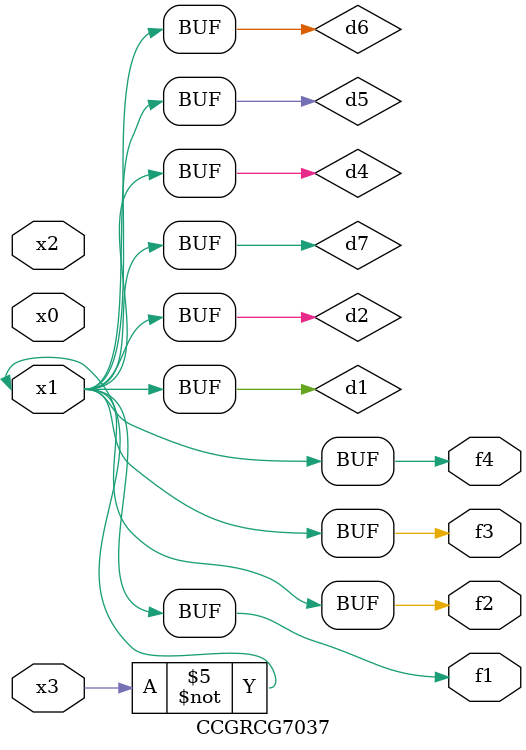
<source format=v>
module CCGRCG7037(
	input x0, x1, x2, x3,
	output f1, f2, f3, f4
);

	wire d1, d2, d3, d4, d5, d6, d7;

	not (d1, x3);
	buf (d2, x1);
	xnor (d3, d1, d2);
	nor (d4, d1);
	buf (d5, d1, d2);
	buf (d6, d4, d5);
	nand (d7, d4);
	assign f1 = d6;
	assign f2 = d7;
	assign f3 = d6;
	assign f4 = d6;
endmodule

</source>
